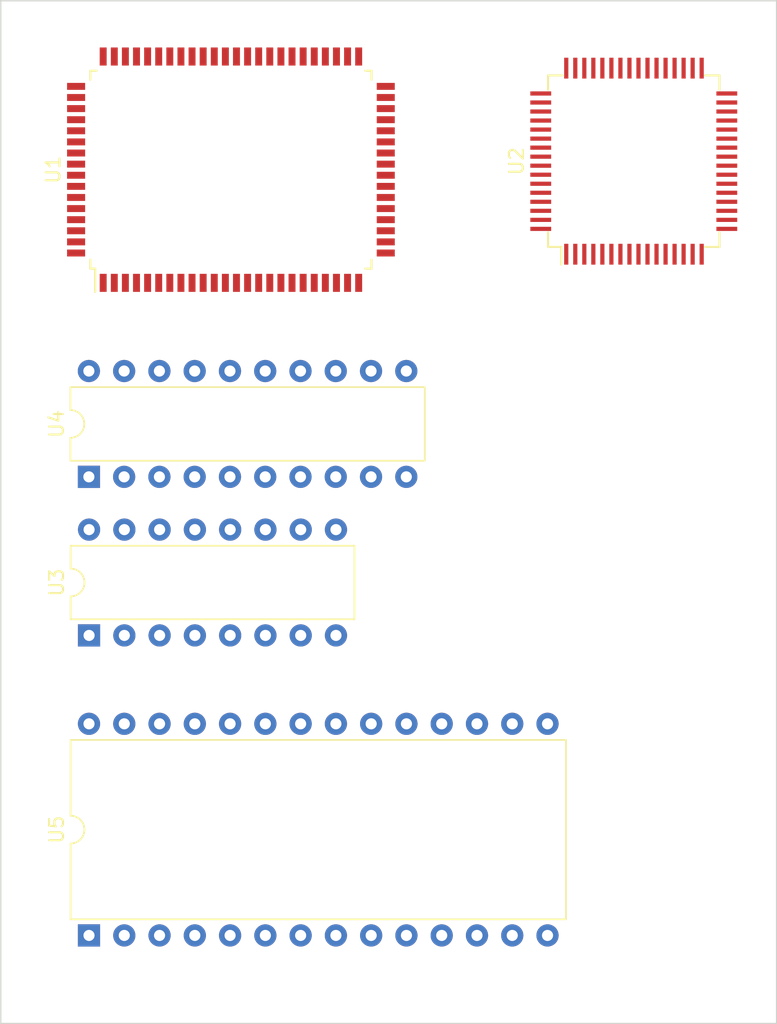
<source format=kicad_pcb>
(kicad_pcb (version 20221018) (generator pcbnew)
  (layers (0 "F.Cu" signal) (31 "B.Cu" signal) (34 "B.Paste" user) (35 "F.Paste" user) (36 "B.SilkS" user "B.Silkscreen") (37 "F.SilkS" user "F.Silkscreen") (38 "B.Mask" user) (39 "F.Mask" user) (44 "Edge.Cuts" user))
  (net 0 "")
  (net 1 "A13")
  (net 2 "A14")
  (net 3 "A15")
  (net 4 "GND")
  (net 5 "MOD0")
  (net 6 "VCC")
  (net 7 "AD0")
  (net 8 "AD1")
  (net 9 "AD2")
  (net 10 "AD3")
  (net 11 "ALE")
  (net 12 "AD4")
  (net 13 "AD5")
  (net 14 "AD6")
  (net 15 "AD7")
  (net 16 "A12")
  (net 17 "A10")
  (net 18 "NRD")
  (net 19 "A11")
  (net 20 "A9")
  (net 21 "A8")
  (net 22 "A08")
  (net 38 "Net-(U1-P23{slash}RDY)")
  (net 42 "A09")
  (net 80 "Net-(U3-O7)")
  (net 88 "Net-(U4-O0)")
  (net 89 "Net-(U4-O1)")
  (net 90 "Net-(U4-O2)")
  (net 91 "Net-(U4-O3)")
  (net 92 "Net-(U4-O4)")
  (net 93 "Net-(U4-O5)")
  (net 94 "Net-(U4-O6)")
  (net 95 "Net-(U4-O7)")
  (net 107 "Net-(U2-P23{slash}RDY)")
  (net 108 "P30")
  (net 109 "P31")
  (net 116 "P32")
  (net 117 "P33")
  (net 120 "P34")
  (net 122 "P35")
  (net 125 "P36")
  (net 129 "P37")
  (net 130 "P40")
  (footprint "Package_DIP:DIP-16_W7.62mm" (layer "F.Cu") (at 128.285 81.27 90)
    (fp_text reference "U3" (at 3.81 -2.33 90) (layer "F.SilkS"))
    (fp_text value "74LS138")
    (fp_line (start 1.16 -1.33) (end 1.16 19.11) (stroke (width 0.12)) (layer "F.SilkS"))
    (fp_line (start 1.16 19.11) (end 6.46 19.11) (stroke (width 0.12)) (layer "F.SilkS"))
    (fp_line (start 2.81 -1.33) (end 1.16 -1.33) (stroke (width 0.12)) (layer "F.SilkS"))
    (fp_line (start 6.46 -1.33) (end 4.81 -1.33) (stroke (width 0.12)) (layer "F.SilkS"))
    (fp_line (start 6.46 19.11) (end 6.46 -1.33) (stroke (width 0.12)) (layer "F.SilkS"))
    (fp_arc (start 4.81 -1.33) (mid 3.81 -0.33) (end 2.81 -1.33) (stroke (width 0.12)) (layer "F.SilkS"))
    (pad "1" thru_hole rect (at 0 0 90) (size 1.6 1.6) (drill 0.8) (layers "*.Cu" "*.Mask") (net 1 "A13"))
    (pad "2" thru_hole oval (at 0 2.54 90) (size 1.6 1.6) (drill 0.8) (layers "*.Cu" "*.Mask") (net 2 "A14"))
    (pad "3" thru_hole oval (at 0 5.08 90) (size 1.6 1.6) (drill 0.8) (layers "*.Cu" "*.Mask") (net 3 "A15"))
    (pad "4" thru_hole oval (at 0 7.62 90) (size 1.6 1.6) (drill 0.8) (layers "*.Cu" "*.Mask") (net 4 "GND"))
    (pad "5" thru_hole oval (at 0 10.16 90) (size 1.6 1.6) (drill 0.8) (layers "*.Cu" "*.Mask") (net 4 "GND"))
    (pad "6" thru_hole oval (at 0 12.7 90) (size 1.6 1.6) (drill 0.8) (layers "*.Cu" "*.Mask") (net 5 "MOD0"))
    (pad "7" thru_hole oval (at 0 15.24 90) (size 1.6 1.6) (drill 0.8) (layers "*.Cu" "*.Mask") (net 80 "Net-(U3-O7)"))
    (pad "8" thru_hole oval (at 0 17.78 90) (size 1.6 1.6) (drill 0.8) (layers "*.Cu" "*.Mask") (net 4 "GND"))
    (pad "9" thru_hole oval (at 7.62 17.78 90) (size 1.6 1.6) (drill 0.8) (layers "*.Cu" "*.Mask"))
    (pad "10" thru_hole oval (at 7.62 15.24 90) (size 1.6 1.6) (drill 0.8) (layers "*.Cu" "*.Mask"))
    (pad "11" thru_hole oval (at 7.62 12.7 90) (size 1.6 1.6) (drill 0.8) (layers "*.Cu" "*.Mask"))
    (pad "12" thru_hole oval (at 7.62 10.16 90) (size 1.6 1.6) (drill 0.8) (layers "*.Cu" "*.Mask"))
    (pad "13" thru_hole oval (at 7.62 7.62 90) (size 1.6 1.6) (drill 0.8) (layers "*.Cu" "*.Mask"))
    (pad "14" thru_hole oval (at 7.62 5.08 90) (size 1.6 1.6) (drill 0.8) (layers "*.Cu" "*.Mask"))
    (pad "15" thru_hole oval (at 7.62 2.54 90) (size 1.6 1.6) (drill 0.8) (layers "*.Cu" "*.Mask"))
    (pad "16" thru_hole oval (at 7.62 0 90) (size 1.6 1.6) (drill 0.8) (layers "*.Cu" "*.Mask") (net 6 "VCC"))
  )
  (footprint "Package_QFP:PQFP-80_14x20mm_P0.8mm" (layer "F.Cu") (at 138.5 47.73 90)
    (fp_text reference "U1" (at 0 -12.8 90) (layer "F.SilkS"))
    (fp_text value "MB89677AR")
    (fp_line (start -7.125 -10.125) (end -7.125 -9.775) (stroke (width 0.15)) (layer "F.SilkS"))
    (fp_line (start -7.125 -10.125) (end -6.475 -10.125) (stroke (width 0.15)) (layer "F.SilkS"))
    (fp_line (start -7.125 -9.775) (end -8.8 -9.775) (stroke (width 0.15)) (layer "F.SilkS"))
    (fp_line (start -7.125 10.125) (end -7.125 9.675) (stroke (width 0.15)) (layer "F.SilkS"))
    (fp_line (start -7.125 10.125) (end -6.475 10.125) (stroke (width 0.15)) (layer "F.SilkS"))
    (fp_line (start 7.125 -10.125) (end 6.475 -10.125) (stroke (width 0.15)) (layer "F.SilkS"))
    (fp_line (start 7.125 -10.125) (end 7.125 -9.675) (stroke (width 0.15)) (layer "F.SilkS"))
    (fp_line (start 7.125 10.125) (end 6.475 10.125) (stroke (width 0.15)) (layer "F.SilkS"))
    (fp_line (start 7.125 10.125) (end 7.125 9.675) (stroke (width 0.15)) (layer "F.SilkS"))
    (pad "1" smd rect (at -8.15 -9.2 90) (size 1.3 0.5) (layers "F.Cu" "F.Paste" "F.Mask"))
    (pad "2" smd rect (at -8.15 -8.4 90) (size 1.3 0.5) (layers "F.Cu" "F.Paste" "F.Mask"))
    (pad "3" smd rect (at -8.15 -7.6 90) (size 1.3 0.5) (layers "F.Cu" "F.Paste" "F.Mask"))
    (pad "4" smd rect (at -8.15 -6.8 90) (size 1.3 0.5) (layers "F.Cu" "F.Paste" "F.Mask"))
    (pad "5" smd rect (at -8.15 -6 90) (size 1.3 0.5) (layers "F.Cu" "F.Paste" "F.Mask"))
    (pad "6" smd rect (at -8.15 -5.2 90) (size 1.3 0.5) (layers "F.Cu" "F.Paste" "F.Mask"))
    (pad "7" smd rect (at -8.15 -4.4 90) (size 1.3 0.5) (layers "F.Cu" "F.Paste" "F.Mask"))
    (pad "8" smd rect (at -8.15 -3.6 90) (size 1.3 0.5) (layers "F.Cu" "F.Paste" "F.Mask"))
    (pad "9" smd rect (at -8.15 -2.8 90) (size 1.3 0.5) (layers "F.Cu" "F.Paste" "F.Mask"))
    (pad "10" smd rect (at -8.15 -2 90) (size 1.3 0.5) (layers "F.Cu" "F.Paste" "F.Mask"))
    (pad "11" smd rect (at -8.15 -1.2 90) (size 1.3 0.5) (layers "F.Cu" "F.Paste" "F.Mask") (net 5 "MOD0"))
    (pad "12" smd rect (at -8.15 -0.4 90) (size 1.3 0.5) (layers "F.Cu" "F.Paste" "F.Mask") (net 4 "GND"))
    (pad "13" smd rect (at -8.15 0.4 90) (size 1.3 0.5) (layers "F.Cu" "F.Paste" "F.Mask"))
    (pad "14" smd rect (at -8.15 1.2 90) (size 1.3 0.5) (layers "F.Cu" "F.Paste" "F.Mask"))
    (pad "15" smd rect (at -8.15 2 90) (size 1.3 0.5) (layers "F.Cu" "F.Paste" "F.Mask") (net 4 "GND"))
    (pad "16" smd rect (at -8.15 2.8 90) (size 1.3 0.5) (layers "F.Cu" "F.Paste" "F.Mask"))
    (pad "17" smd rect (at -8.15 3.6 90) (size 1.3 0.5) (layers "F.Cu" "F.Paste" "F.Mask") (net 11 "ALE"))
    (pad "18" smd rect (at -8.15 4.4 90) (size 1.3 0.5) (layers "F.Cu" "F.Paste" "F.Mask") (net 18 "NRD"))
    (pad "19" smd rect (at -8.15 5.2 90) (size 1.3 0.5) (layers "F.Cu" "F.Paste" "F.Mask"))
    (pad "20" smd rect (at -8.15 6 90) (size 1.3 0.5) (layers "F.Cu" "F.Paste" "F.Mask"))
    (pad "21" smd rect (at -8.15 6.8 90) (size 1.3 0.5) (layers "F.Cu" "F.Paste" "F.Mask") (net 38 "Net-(U1-P23{slash}RDY)"))
    (pad "22" smd rect (at -8.15 7.6 90) (size 1.3 0.5) (layers "F.Cu" "F.Paste" "F.Mask"))
    (pad "23" smd rect (at -8.15 8.4 90) (size 1.3 0.5) (layers "F.Cu" "F.Paste" "F.Mask"))
    (pad "24" smd rect (at -8.15 9.2 90) (size 1.3 0.5) (layers "F.Cu" "F.Paste" "F.Mask"))
    (pad "25" smd rect (at -6 11.15 180) (size 1.3 0.5) (layers "F.Cu" "F.Paste" "F.Mask") (net 3 "A15"))
    (pad "26" smd rect (at -5.2 11.15 180) (size 1.3 0.5) (layers "F.Cu" "F.Paste" "F.Mask") (net 2 "A14"))
    (pad "27" smd rect (at -4.4 11.15 180) (size 1.3 0.5) (layers "F.Cu" "F.Paste" "F.Mask") (net 1 "A13"))
    (pad "28" smd rect (at -3.6 11.15 180) (size 1.3 0.5) (layers "F.Cu" "F.Paste" "F.Mask") (net 16 "A12"))
    (pad "29" smd rect (at -2.8 11.15 180) (size 1.3 0.5) (layers "F.Cu" "F.Paste" "F.Mask") (net 19 "A11"))
    (pad "30" smd rect (at -2 11.15 180) (size 1.3 0.5) (layers "F.Cu" "F.Paste" "F.Mask") (net 17 "A10"))
    (pad "31" smd rect (at -1.2 11.15 180) (size 1.3 0.5) (layers "F.Cu" "F.Paste" "F.Mask") (net 42 "A09"))
    (pad "32" smd rect (at -0.4 11.15 180) (size 1.3 0.5) (layers "F.Cu" "F.Paste" "F.Mask") (net 22 "A08"))
    (pad "33" smd rect (at 0.4 11.15 180) (size 1.3 0.5) (layers "F.Cu" "F.Paste" "F.Mask") (net 15 "AD7"))
    (pad "34" smd rect (at 1.2 11.15 180) (size 1.3 0.5) (layers "F.Cu" "F.Paste" "F.Mask") (net 14 "AD6"))
    (pad "35" smd rect (at 2 11.15 180) (size 1.3 0.5) (layers "F.Cu" "F.Paste" "F.Mask") (net 13 "AD5"))
    (pad "36" smd rect (at 2.8 11.15 180) (size 1.3 0.5) (layers "F.Cu" "F.Paste" "F.Mask") (net 12 "AD4"))
    (pad "37" smd rect (at 3.6 11.15 180) (size 1.3 0.5) (layers "F.Cu" "F.Paste" "F.Mask") (net 10 "AD3"))
    (pad "38" smd rect (at 4.4 11.15 180) (size 1.3 0.5) (layers "F.Cu" "F.Paste" "F.Mask") (net 9 "AD2"))
    (pad "39" smd rect (at 5.2 11.15 180) (size 1.3 0.5) (layers "F.Cu" "F.Paste" "F.Mask") (net 8 "AD1"))
    (pad "40" smd rect (at 6 11.15 180) (size 1.3 0.5) (layers "F.Cu" "F.Paste" "F.Mask") (net 7 "AD0"))
    (pad "41" smd rect (at 8.15 9.2 90) (size 1.3 0.5) (layers "F.Cu" "F.Paste" "F.Mask"))
    (pad "42" smd rect (at 8.15 8.4 90) (size 1.3 0.5) (layers "F.Cu" "F.Paste" "F.Mask"))
    (pad "43" smd rect (at 8.15 7.6 90) (size 1.3 0.5) (layers "F.Cu" "F.Paste" "F.Mask"))
    (pad "44" smd rect (at 8.15 6.8 90) (size 1.3 0.5) (layers "F.Cu" "F.Paste" "F.Mask"))
    (pad "45" smd rect (at 8.15 6 90) (size 1.3 0.5) (layers "F.Cu" "F.Paste" "F.Mask"))
    (pad "46" smd rect (at 8.15 5.2 90) (size 1.3 0.5) (layers "F.Cu" "F.Paste" "F.Mask"))
    (pad "47" smd rect (at 8.15 4.4 90) (size 1.3 0.5) (layers "F.Cu" "F.Paste" "F.Mask"))
    (pad "48" smd rect (at 8.15 3.6 90) (size 1.3 0.5) (layers "F.Cu" "F.Paste" "F.Mask"))
    (pad "49" smd rect (at 8.15 2.8 90) (size 1.3 0.5) (layers "F.Cu" "F.Paste" "F.Mask"))
    (pad "50" smd rect (at 8.15 2 90) (size 1.3 0.5) (layers "F.Cu" "F.Paste" "F.Mask"))
    (pad "51" smd rect (at 8.15 1.2 90) (size 1.3 0.5) (layers "F.Cu" "F.Paste" "F.Mask"))
    (pad "52" smd rect (at 8.15 0.4 90) (size 1.3 0.5) (layers "F.Cu" "F.Paste" "F.Mask"))
    (pad "53" smd rect (at 8.15 -0.4 90) (size 1.3 0.5) (layers "F.Cu" "F.Paste" "F.Mask"))
    (pad "54" smd rect (at 8.15 -1.2 90) (size 1.3 0.5) (layers "F.Cu" "F.Paste" "F.Mask"))
    (pad "55" smd rect (at 8.15 -2 90) (size 1.3 0.5) (layers "F.Cu" "F.Paste" "F.Mask"))
    (pad "56" smd rect (at 8.15 -2.8 90) (size 1.3 0.5) (layers "F.Cu" "F.Paste" "F.Mask"))
    (pad "57" smd rect (at 8.15 -3.6 90) (size 1.3 0.5) (layers "F.Cu" "F.Paste" "F.Mask"))
    (pad "58" smd rect (at 8.15 -4.4 90) (size 1.3 0.5) (layers "F.Cu" "F.Paste" "F.Mask"))
    (pad "59" smd rect (at 8.15 -5.2 90) (size 1.3 0.5) (layers "F.Cu" "F.Paste" "F.Mask"))
    (pad "60" smd rect (at 8.15 -6 90) (size 1.3 0.5) (layers "F.Cu" "F.Paste" "F.Mask"))
    (pad "61" smd rect (at 8.15 -6.8 90) (size 1.3 0.5) (layers "F.Cu" "F.Paste" "F.Mask"))
    (pad "62" smd rect (at 8.15 -7.6 90) (size 1.3 0.5) (layers "F.Cu" "F.Paste" "F.Mask"))
    (pad "63" smd rect (at 8.15 -8.4 90) (size 1.3 0.5) (layers "F.Cu" "F.Paste" "F.Mask"))
    (pad "64" smd rect (at 8.15 -9.2 90) (size 1.3 0.5) (layers "F.Cu" "F.Paste" "F.Mask"))
    (pad "65" smd rect (at 6 -11.15 180) (size 1.3 0.5) (layers "F.Cu" "F.Paste" "F.Mask"))
    (pad "66" smd rect (at 5.2 -11.15 180) (size 1.3 0.5) (layers "F.Cu" "F.Paste" "F.Mask"))
    (pad "67" smd rect (at 4.4 -11.15 180) (size 1.3 0.5) (layers "F.Cu" "F.Paste" "F.Mask"))
    (pad "68" smd rect (at 3.6 -11.15 180) (size 1.3 0.5) (layers "F.Cu" "F.Paste" "F.Mask"))
    (pad "69" smd rect (at 2.8 -11.15 180) (size 1.3 0.5) (layers "F.Cu" "F.Paste" "F.Mask"))
    (pad "70" smd rect (at 2 -11.15 180) (size 1.3 0.5) (layers "F.Cu" "F.Paste" "F.Mask"))
    (pad "71" smd rect (at 1.2 -11.15 180) (size 1.3 0.5) (layers "F.Cu" "F.Paste" "F.Mask"))
    (pad "72" smd rect (at 0.4 -11.15 180) (size 1.3 0.5) (layers "F.Cu" "F.Paste" "F.Mask"))
    (pad "73" smd rect (at -0.4 -11.15 180) (size 1.3 0.5) (layers "F.Cu" "F.Paste" "F.Mask"))
    (pad "74" smd rect (at -1.2 -11.15 180) (size 1.3 0.5) (layers "F.Cu" "F.Paste" "F.Mask"))
    (pad "75" smd rect (at -2 -11.15 180) (size 1.3 0.5) (layers "F.Cu" "F.Paste" "F.Mask"))
    (pad "76" smd rect (at -2.8 -11.15 180) (size 1.3 0.5) (layers "F.Cu" "F.Paste" "F.Mask"))
    (pad "77" smd rect (at -3.6 -11.15 180) (size 1.3 0.5) (layers "F.Cu" "F.Paste" "F.Mask") (net 6 "VCC"))
    (pad "78" smd rect (at -4.4 -11.15 180) (size 1.3 0.5) (layers "F.Cu" "F.Paste" "F.Mask") (net 4 "GND"))
    (pad "79" smd rect (at -5.2 -11.15 180) (size 1.3 0.5) (layers "F.Cu" "F.Paste" "F.Mask") (net 4 "GND"))
    (pad "80" smd rect (at -6 -11.15 180) (size 1.3 0.5) (layers "F.Cu" "F.Paste" "F.Mask"))
  )
  (footprint "f2mc8dump:PQFP-64_12x12mm_P0.65mm" (layer "F.Cu") (at 167.513 47.117 90)
    (fp_text reference "U2" (at 0 -8.45 90) (layer "F.SilkS"))
    (fp_text value "MB89623R")
    (fp_line (start -6.175 -6.175) (end -6.175 -5.225) (stroke (width 0.15)) (layer "F.SilkS"))
    (fp_line (start -6.175 -6.175) (end -5.125 -6.175) (stroke (width 0.15)) (layer "F.SilkS"))
    (fp_line (start -6.175 -5.225) (end -7.45 -5.225) (stroke (width 0.15)) (layer "F.SilkS"))
    (fp_line (start -6.175 6.175) (end -6.175 5.125) (stroke (width 0.15)) (layer "F.SilkS"))
    (fp_line (start -6.175 6.175) (end -5.125 6.175) (stroke (width 0.15)) (layer "F.SilkS"))
    (fp_line (start 6.175 -6.175) (end 5.125 -6.175) (stroke (width 0.15)) (layer "F.SilkS"))
    (fp_line (start 6.175 -6.175) (end 6.175 -5.125) (stroke (width 0.15)) (layer "F.SilkS"))
    (fp_line (start 6.175 6.175) (end 5.125 6.175) (stroke (width 0.15)) (layer "F.SilkS"))
    (fp_line (start 6.175 6.175) (end 6.175 5.125) (stroke (width 0.15)) (layer "F.SilkS"))
    (pad "1" smd rect (at -6.7 -4.8625 90) (size 1.5 0.3) (layers "F.Cu" "F.Paste" "F.Mask"))
    (pad "2" smd rect (at -6.7 -4.2125 90) (size 1.5 0.3) (layers "F.Cu" "F.Paste" "F.Mask"))
    (pad "3" smd rect (at -6.7 -3.5625 90) (size 1.5 0.3) (layers "F.Cu" "F.Paste" "F.Mask"))
    (pad "4" smd rect (at -6.7 -2.9125 90) (size 1.5 0.3) (layers "F.Cu" "F.Paste" "F.Mask"))
    (pad "5" smd rect (at -6.7 -2.2625 90) (size 1.5 0.3) (layers "F.Cu" "F.Paste" "F.Mask"))
    (pad "6" smd rect (at -6.7 -1.6125 90) (size 1.5 0.3) (layers "F.Cu" "F.Paste" "F.Mask"))
    (pad "7" smd rect (at -6.7 -0.9625 90) (size 1.5 0.3) (layers "F.Cu" "F.Paste" "F.Mask"))
    (pad "8" smd rect (at -6.7 -0.3125 90) (size 1.5 0.3) (layers "F.Cu" "F.Paste" "F.Mask"))
    (pad "9" smd rect (at -6.7 0.3375 90) (size 1.5 0.3) (layers "F.Cu" "F.Paste" "F.Mask"))
    (pad "10" smd rect (at -6.7 0.9875 90) (size 1.5 0.3) (layers "F.Cu" "F.Paste" "F.Mask"))
    (pad "11" smd rect (at -6.7 1.6375 90) (size 1.5 0.3) (layers "F.Cu" "F.Paste" "F.Mask") (net 6 "VCC"))
    (pad "12" smd rect (at -6.7 2.2875 90) (size 1.5 0.3) (layers "F.Cu" "F.Paste" "F.Mask") (net 4 "GND"))
    (pad "13" smd rect (at -6.7 2.9375 90) (size 1.5 0.3) (layers "F.Cu" "F.Paste" "F.Mask") (net 4 "GND"))
    (pad "14" smd rect (at -6.7 3.5875 90) (size 1.5 0.3) (layers "F.Cu" "F.Paste" "F.Mask"))
    (pad "15" smd rect (at -6.7 4.2375 90) (size 1.5 0.3) (layers "F.Cu" "F.Paste" "F.Mask"))
    (pad "16" smd rect (at -6.7 4.8875 90) (size 1.5 0.3) (layers "F.Cu" "F.Paste" "F.Mask"))
    (pad "17" smd rect (at -4.875 6.7 180) (size 1.5 0.3) (layers "F.Cu" "F.Paste" "F.Mask"))
    (pad "18" smd rect (at -4.225 6.7 180) (size 1.5 0.3) (layers "F.Cu" "F.Paste" "F.Mask"))
    (pad "19" smd rect (at -3.575 6.7 180) (size 1.5 0.3) (layers "F.Cu" "F.Paste" "F.Mask"))
    (pad "20" smd rect (at -2.925 6.7 180) (size 1.5 0.3) (layers "F.Cu" "F.Paste" "F.Mask") (net 5 "MOD0"))
    (pad "21" smd rect (at -2.275 6.7 180) (size 1.5 0.3) (layers "F.Cu" "F.Paste" "F.Mask") (net 4 "GND"))
    (pad "22" smd rect (at -1.625 6.7 180) (size 1.5 0.3) (layers "F.Cu" "F.Paste" "F.Mask"))
    (pad "23" smd rect (at -0.975 6.7 180) (size 1.5 0.3) (layers "F.Cu" "F.Paste" "F.Mask"))
    (pad "24" smd rect (at -0.325 6.7 180) (size 1.5 0.3) (layers "F.Cu" "F.Paste" "F.Mask") (net 4 "GND"))
    (pad "25" smd rect (at 0.325 6.7 180) (size 1.5 0.3) (layers "F.Cu" "F.Paste" "F.Mask"))
    (pad "26" smd rect (at 0.975 6.7 180) (size 1.5 0.3) (layers "F.Cu" "F.Paste" "F.Mask") (net 18 "NRD"))
    (pad "27" smd rect (at 1.625 6.7 180) (size 1.5 0.3) (layers "F.Cu" "F.Paste" "F.Mask"))
    (pad "28" smd rect (at 2.275 6.7 180) (size 1.5 0.3) (layers "F.Cu" "F.Paste" "F.Mask"))
    (pad "29" smd rect (at 2.925 6.7 180) (size 1.5 0.3) (layers "F.Cu" "F.Paste" "F.Mask") (net 107 "Net-(U2-P23{slash}RDY)"))
    (pad "30" smd rect (at 3.575 6.7 180) (size 1.5 0.3) (layers "F.Cu" "F.Paste" "F.Mask"))
    (pad "31" smd rect (at 4.225 6.7 180) (size 1.5 0.3) (layers "F.Cu" "F.Paste" "F.Mask"))
    (pad "32" smd rect (at 4.875 6.7 180) (size 1.5 0.3) (layers "F.Cu" "F.Paste" "F.Mask"))
    (pad "33" smd rect (at 6.7 4.8875 90) (size 1.5 0.3) (layers "F.Cu" "F.Paste" "F.Mask") (net 3 "A15"))
    (pad "34" smd rect (at 6.7 4.2375 90) (size 1.5 0.3) (layers "F.Cu" "F.Paste" "F.Mask") (net 2 "A14"))
    (pad "35" smd rect (at 6.7 3.5875 90) (size 1.5 0.3) (layers "F.Cu" "F.Paste" "F.Mask") (net 1 "A13"))
    (pad "36" smd rect (at 6.7 2.9375 90) (size 1.5 0.3) (layers "F.Cu" "F.Paste" "F.Mask") (net 16 "A12"))
    (pad "37" smd rect (at 6.7 2.2875 90) (size 1.5 0.3) (layers "F.Cu" "F.Paste" "F.Mask") (net 19 "A11"))
    (pad "38" smd rect (at 6.7 1.6375 90) (size 1.5 0.3) (layers "F.Cu" "F.Paste" "F.Mask") (net 17 "A10"))
    (pad "39" smd rect (at 6.7 0.9875 90) (size 1.5 0.3) (layers "F.Cu" "F.Paste" "F.Mask") (net 42 "A09"))
    (pad "40" smd rect (at 6.7 0.3375 90) (size 1.5 0.3) (layers "F.Cu" "F.Paste" "F.Mask") (net 22 "A08"))
    (pad "41" smd rect (at 6.7 -0.3125 90) (size 1.5 0.3) (layers "F.Cu" "F.Paste" "F.Mask") (net 15 "AD7"))
    (pad "42" smd rect (at 6.7 -0.9625 90) (size 1.5 0.3) (layers "F.Cu" "F.Paste" "F.Mask") (net 14 "AD6"))
    (pad "43" smd rect (at 6.7 -1.6125 90) (size 1.5 0.3) (layers "F.Cu" "F.Paste" "F.Mask") (net 13 "AD5"))
    (pad "44" smd rect (at 6.7 -2.2625 90) (size 1.5 0.3) (layers "F.Cu" "F.Paste" "F.Mask") (net 12 "AD4"))
    (pad "45" smd rect (at 6.7 -2.9125 90) (size 1.5 0.3) (layers "F.Cu" "F.Paste" "F.Mask") (net 10 "AD3"))
    (pad "46" smd rect (at 6.7 -3.5625 90) (size 1.5 0.3) (layers "F.Cu" "F.Paste" "F.Mask") (net 9 "AD2"))
    (pad "47" smd rect (at 6.7 -4.2125 90) (size 1.5 0.3) (layers "F.Cu" "F.Paste" "F.Mask") (net 8 "AD1"))
    (pad "48" smd rect (at 6.7 -4.8625 90) (size 1.5 0.3) (layers "F.Cu" "F.Paste" "F.Mask") (net 7 "AD0"))
    (pad "49" smd rect (at 4.875 -6.7 180) (size 1.5 0.3) (layers "F.Cu" "F.Paste" "F.Mask"))
    (pad "50" smd rect (at 4.225 -6.7 180) (size 1.5 0.3) (layers "F.Cu" "F.Paste" "F.Mask") (net 108 "P30"))
    (pad "51" smd rect (at 3.575 -6.7 180) (size 1.5 0.3) (layers "F.Cu" "F.Paste" "F.Mask") (net 109 "P31"))
    (pad "52" smd rect (at 2.925 -6.7 180) (size 1.5 0.3) (layers "F.Cu" "F.Paste" "F.Mask") (net 116 "P32"))
    (pad "53" smd rect (at 2.275 -6.7 180) (size 1.5 0.3) (layers "F.Cu" "F.Paste" "F.Mask") (net 117 "P33"))
    (pad "54" smd rect (at 1.625 -6.7 180) (size 1.5 0.3) (layers "F.Cu" "F.Paste" "F.Mask") (net 120 "P34"))
    (pad "55" smd rect (at 0.975 -6.7 180) (size 1.5 0.3) (layers "F.Cu" "F.Paste" "F.Mask") (net 122 "P35"))
    (pad "56" smd rect (at 0.325 -6.7 180) (size 1.5 0.3) (layers "F.Cu" "F.Paste" "F.Mask") (net 6 "VCC"))
    (pad "57" smd rect (at -0.325 -6.7 180) (size 1.5 0.3) (layers "F.Cu" "F.Paste" "F.Mask") (net 125 "P36"))
    (pad "58" smd rect (at -0.975 -6.7 180) (size 1.5 0.3) (layers "F.Cu" "F.Paste" "F.Mask") (net 129 "P37"))
    (pad "59" smd rect (at -1.625 -6.7 180) (size 1.5 0.3) (layers "F.Cu" "F.Paste" "F.Mask") (net 130 "P40"))
    (pad "60" smd rect (at -2.275 -6.7 180) (size 1.5 0.3) (layers "F.Cu" "F.Paste" "F.Mask"))
    (pad "61" smd rect (at -2.925 -6.7 180) (size 1.5 0.3) (layers "F.Cu" "F.Paste" "F.Mask"))
    (pad "62" smd rect (at -3.575 -6.7 180) (size 1.5 0.3) (layers "F.Cu" "F.Paste" "F.Mask"))
    (pad "63" smd rect (at -4.225 -6.7 180) (size 1.5 0.3) (layers "F.Cu" "F.Paste" "F.Mask"))
    (pad "64" smd rect (at -4.875 -6.7 180) (size 1.5 0.3) (layers "F.Cu" "F.Paste" "F.Mask"))
  )
  (footprint "Package_DIP:DIP-28_W15.24mm" (layer "F.Cu") (at 128.28 102.875 90)
    (fp_text reference "U5" (at 7.62 -2.33 90) (layer "F.SilkS"))
    (fp_text value "2764")
    (fp_line (start 1.16 -1.33) (end 1.16 34.35) (stroke (width 0.12)) (layer "F.SilkS"))
    (fp_line (start 1.16 34.35) (end 14.08 34.35) (stroke (width 0.12)) (layer "F.SilkS"))
    (fp_line (start 6.62 -1.33) (end 1.16 -1.33) (stroke (width 0.12)) (layer "F.SilkS"))
    (fp_line (start 14.08 -1.33) (end 8.62 -1.33) (stroke (width 0.12)) (layer "F.SilkS"))
    (fp_line (start 14.08 34.35) (end 14.08 -1.33) (stroke (width 0.12)) (layer "F.SilkS"))
    (fp_arc (start 8.62 -1.33) (mid 7.62 -0.33) (end 6.62 -1.33) (stroke (width 0.12)) (layer "F.SilkS"))
    (pad "1" thru_hole rect (at 0 0 90) (size 1.6 1.6) (drill 0.8) (layers "*.Cu" "*.Mask") (net 6 "VCC"))
    (pad "2" thru_hole oval (at 0 2.54 90) (size 1.6 1.6) (drill 0.8) (layers "*.Cu" "*.Mask") (net 16 "A12"))
    (pad "3" thru_hole oval (at 0 5.08 90) (size 1.6 1.6) (drill 0.8) (layers "*.Cu" "*.Mask") (net 95 "Net-(U4-O7)"))
    (pad "4" thru_hole oval (at 0 7.62 90) (size 1.6 1.6) (drill 0.8) (layers "*.Cu" "*.Mask") (net 94 "Net-(U4-O6)"))
    (pad "5" thru_hole oval (at 0 10.16 90) (size 1.6 1.6) (drill 0.8) (layers "*.Cu" "*.Mask") (net 93 "Net-(U4-O5)"))
    (pad "6" thru_hole oval (at 0 12.7 90) (size 1.6 1.6) (drill 0.8) (layers "*.Cu" "*.Mask") (net 92 "Net-(U4-O4)"))
    (pad "7" thru_hole oval (at 0 15.24 90) (size 1.6 1.6) (drill 0.8) (layers "*.Cu" "*.Mask") (net 91 "Net-(U4-O3)"))
    (pad "8" thru_hole oval (at 0 17.78 90) (size 1.6 1.6) (drill 0.8) (layers "*.Cu" "*.Mask") (net 90 "Net-(U4-O2)"))
    (pad "9" thru_hole oval (at 0 20.32 90) (size 1.6 1.6) (drill 0.8) (layers "*.Cu" "*.Mask") (net 89 "Net-(U4-O1)"))
    (pad "10" thru_hole oval (at 0 22.86 90) (size 1.6 1.6) (drill 0.8) (layers "*.Cu" "*.Mask") (net 88 "Net-(U4-O0)"))
    (pad "11" thru_hole oval (at 0 25.4 90) (size 1.6 1.6) (drill 0.8) (layers "*.Cu" "*.Mask") (net 15 "AD7"))
    (pad "12" thru_hole oval (at 0 27.94 90) (size 1.6 1.6) (drill 0.8) (layers "*.Cu" "*.Mask") (net 14 "AD6"))
    (pad "13" thru_hole oval (at 0 30.48 90) (size 1.6 1.6) (drill 0.8) (layers "*.Cu" "*.Mask") (net 13 "AD5"))
    (pad "14" thru_hole oval (at 0 33.02 90) (size 1.6 1.6) (drill 0.8) (layers "*.Cu" "*.Mask") (net 4 "GND"))
    (pad "15" thru_hole oval (at 15.24 33.02 90) (size 1.6 1.6) (drill 0.8) (layers "*.Cu" "*.Mask") (net 12 "AD4"))
    (pad "16" thru_hole oval (at 15.24 30.48 90) (size 1.6 1.6) (drill 0.8) (layers "*.Cu" "*.Mask") (net 10 "AD3"))
    (pad "17" thru_hole oval (at 15.24 27.94 90) (size 1.6 1.6) (drill 0.8) (layers "*.Cu" "*.Mask") (net 9 "AD2"))
    (pad "18" thru_hole oval (at 15.24 25.4 90) (size 1.6 1.6) (drill 0.8) (layers "*.Cu" "*.Mask") (net 8 "AD1"))
    (pad "19" thru_hole oval (at 15.24 22.86 90) (size 1.6 1.6) (drill 0.8) (layers "*.Cu" "*.Mask") (net 7 "AD0"))
    (pad "20" thru_hole oval (at 15.24 20.32 90) (size 1.6 1.6) (drill 0.8) (layers "*.Cu" "*.Mask") (net 80 "Net-(U3-O7)"))
    (pad "21" thru_hole oval (at 15.24 17.78 90) (size 1.6 1.6) (drill 0.8) (layers "*.Cu" "*.Mask") (net 17 "A10"))
    (pad "22" thru_hole oval (at 15.24 15.24 90) (size 1.6 1.6) (drill 0.8) (layers "*.Cu" "*.Mask") (net 18 "NRD"))
    (pad "23" thru_hole oval (at 15.24 12.7 90) (size 1.6 1.6) (drill 0.8) (layers "*.Cu" "*.Mask") (net 19 "A11"))
    (pad "24" thru_hole oval (at 15.24 10.16 90) (size 1.6 1.6) (drill 0.8) (layers "*.Cu" "*.Mask") (net 20 "A9"))
    (pad "25" thru_hole oval (at 15.24 7.62 90) (size 1.6 1.6) (drill 0.8) (layers "*.Cu" "*.Mask") (net 21 "A8"))
    (pad "26" thru_hole oval (at 15.24 5.08 90) (size 1.6 1.6) (drill 0.8) (layers "*.Cu" "*.Mask"))
    (pad "27" thru_hole oval (at 15.24 2.54 90) (size 1.6 1.6) (drill 0.8) (layers "*.Cu" "*.Mask") (net 6 "VCC"))
    (pad "28" thru_hole oval (at 15.24 0 90) (size 1.6 1.6) (drill 0.8) (layers "*.Cu" "*.Mask") (net 6 "VCC"))
  )
  (footprint "Package_DIP:DIP-20_W7.62mm" (layer "F.Cu") (at 128.27 69.85 90)
    (fp_text reference "U4" (at 3.81 -2.33 90) (layer "F.SilkS"))
    (fp_text value "74LS373")
    (fp_line (start 1.16 -1.33) (end 1.16 24.19) (stroke (width 0.12)) (layer "F.SilkS"))
    (fp_line (start 1.16 24.19) (end 6.46 24.19) (stroke (width 0.12)) (layer "F.SilkS"))
    (fp_line (start 2.81 -1.33) (end 1.16 -1.33) (stroke (width 0.12)) (layer "F.SilkS"))
    (fp_line (start 6.46 -1.33) (end 4.81 -1.33) (stroke (width 0.12)) (layer "F.SilkS"))
    (fp_line (start 6.46 24.19) (end 6.46 -1.33) (stroke (width 0.12)) (layer "F.SilkS"))
    (fp_arc (start 4.81 -1.33) (mid 3.81 -0.33) (end 2.81 -1.33) (stroke (width 0.12)) (layer "F.SilkS"))
    (pad "1" thru_hole rect (at 0 0 90) (size 1.6 1.6) (drill 0.8) (layers "*.Cu" "*.Mask") (net 4 "GND"))
    (pad "2" thru_hole oval (at 0 2.54 90) (size 1.6 1.6) (drill 0.8) (layers "*.Cu" "*.Mask") (net 88 "Net-(U4-O0)"))
    (pad "3" thru_hole oval (at 0 5.08 90) (size 1.6 1.6) (drill 0.8) (layers "*.Cu" "*.Mask") (net 7 "AD0"))
    (pad "4" thru_hole oval (at 0 7.62 90) (size 1.6 1.6) (drill 0.8) (layers "*.Cu" "*.Mask") (net 8 "AD1"))
    (pad "5" thru_hole oval (at 0 10.16 90) (size 1.6 1.6) (drill 0.8) (layers "*.Cu" "*.Mask") (net 89 "Net-(U4-O1)"))
    (pad "6" thru_hole oval (at 0 12.7 90) (size 1.6 1.6) (drill 0.8) (layers "*.Cu" "*.Mask") (net 90 "Net-(U4-O2)"))
    (pad "7" thru_hole oval (at 0 15.24 90) (size 1.6 1.6) (drill 0.8) (layers "*.Cu" "*.Mask") (net 9 "AD2"))
    (pad "8" thru_hole oval (at 0 17.78 90) (size 1.6 1.6) (drill 0.8) (layers "*.Cu" "*.Mask") (net 10 "AD3"))
    (pad "9" thru_hole oval (at 0 20.32 90) (size 1.6 1.6) (drill 0.8) (layers "*.Cu" "*.Mask") (net 91 "Net-(U4-O3)"))
    (pad "10" thru_hole oval (at 0 22.86 90) (size 1.6 1.6) (drill 0.8) (layers "*.Cu" "*.Mask") (net 4 "GND"))
    (pad "11" thru_hole oval (at 7.62 22.86 90) (size 1.6 1.6) (drill 0.8) (layers "*.Cu" "*.Mask") (net 11 "ALE"))
    (pad "12" thru_hole oval (at 7.62 20.32 90) (size 1.6 1.6) (drill 0.8) (layers "*.Cu" "*.Mask") (net 92 "Net-(U4-O4)"))
    (pad "13" thru_hole oval (at 7.62 17.78 90) (size 1.6 1.6) (drill 0.8) (layers "*.Cu" "*.Mask") (net 12 "AD4"))
    (pad "14" thru_hole oval (at 7.62 15.24 90) (size 1.6 1.6) (drill 0.8) (layers "*.Cu" "*.Mask") (net 13 "AD5"))
    (pad "15" thru_hole oval (at 7.62 12.7 90) (size 1.6 1.6) (drill 0.8) (layers "*.Cu" "*.Mask") (net 93 "Net-(U4-O5)"))
    (pad "16" thru_hole oval (at 7.62 10.16 90) (size 1.6 1.6) (drill 0.8) (layers "*.Cu" "*.Mask") (net 94 "Net-(U4-O6)"))
    (pad "17" thru_hole oval (at 7.62 7.62 90) (size 1.6 1.6) (drill 0.8) (layers "*.Cu" "*.Mask") (net 14 "AD6"))
    (pad "18" thru_hole oval (at 7.62 5.08 90) (size 1.6 1.6) (drill 0.8) (layers "*.Cu" "*.Mask") (net 15 "AD7"))
    (pad "19" thru_hole oval (at 7.62 2.54 90) (size 1.6 1.6) (drill 0.8) (layers "*.Cu" "*.Mask") (net 95 "Net-(U4-O7)"))
    (pad "20" thru_hole oval (at 7.62 0 90) (size 1.6 1.6) (drill 0.8) (layers "*.Cu" "*.Mask") (net 6 "VCC"))
  )
  (gr_rect (start 121.92 35.56) (end 177.8 109.22) (stroke (width 0.1)) (fill none) (layer "Edge.Cuts"))
)
</source>
